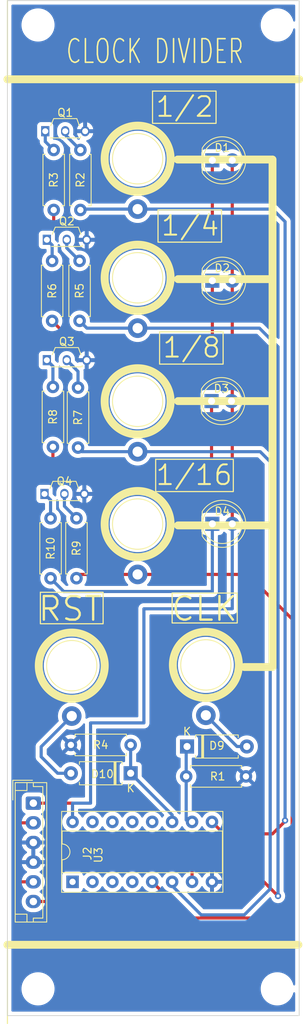
<source format=kicad_pcb>
(kicad_pcb (version 20211014) (generator pcbnew)
  (layers (0 "F.Cu" signal) (31 "B.Cu" signal) (34 "B.Paste" user) (35 "F.Paste" user) (36 "B.SilkS" user "B.Silkscreen") (37 "F.SilkS" user "F.Silkscreen") (38 "B.Mask" user) (39 "F.Mask" user) (44 "Edge.Cuts" user))
  (net 0 "")
  (net 1 "Net-(D1-Pad1)")
  (net 2 "+12V")
  (net 3 "Net-(D2-Pad1)")
  (net 4 "Net-(D3-Pad1)")
  (net 5 "Net-(D4-Pad1)")
  (net 6 "Net-(Q1-Pad1)")
  (net 7 "Net-(Q1-Pad2)")
  (net 8 "GND")
  (net 9 "Net-(Q2-Pad1)")
  (net 10 "Net-(Q2-Pad2)")
  (net 11 "Net-(Q3-Pad1)")
  (net 12 "Net-(Q3-Pad2)")
  (net 13 "Net-(Q4-Pad1)")
  (net 14 "Net-(Q4-Pad2)")
  (net 15 "A1")
  (net 16 "A2")
  (net 17 "A3")
  (net 18 "A4")
  (net 19 "A5")
  (net 20 "A6")
  (net 21 "A7")
  (net 22 "Net-(D9-Pad1)")
  (net 24 "A0")
  (net 28 "-12V")
  (net 29 "Net-(D9-Pad2)")
  (net 30 "Net-(D10-Pad1)")
  (net 31 "Net-(D10-Pad2)")
  (footprint "Package_TO_SOT_THT:TO-92S_Wide" (layer "F.Cu") (at 117.425 68.5)
    (fp_text reference "Q2" (at 2.54 -2.35) (layer "F.SilkS"))
    (fp_text value "BC547")
    (fp_line (start 0.62 0.85) (end 4.47 0.85) (layer "F.SilkS") (width 0.12))
    (fp_line (start 4.35 -0.7) (end 4.02 -1.6) (layer "F.SilkS") (width 0.12))
    (fp_line (start 1.07 -1.6) (end 0.7 -0.7) (layer "F.SilkS") (width 0.12))
    (fp_line (start 4.47 0.85) (end 4.5 0.7) (layer "F.SilkS") (width 0.12))
    (fp_line (start 4.02 -1.6) (end 1.07 -1.6) (layer "F.SilkS") (width 0.12))
    (pad "1" thru_hole rect (at 0 0) (size 1.05 1.3) (drill 0.75) (layers *.Cu *.Mask) (net 9 "Net-(Q2-Pad1)"))
    (pad "2" thru_hole oval (at 2.54 0) (size 1.05 1.3) (drill 0.75) (layers *.Cu *.Mask) (net 10 "Net-(Q2-Pad2)"))
    (pad "3" thru_hole oval (at 5.08 0) (size 1.05 1.3) (drill 0.75) (layers *.Cu *.Mask) (net 8 "GND"))
  )
  (footprint "" (layer "F.Cu") (at 146.8 163.7)
    (fp_text reference "" (at 0 0) (layer "F.SilkS") (effects (font (size 1.27 1.27))))
    (fp_text value "" (at 0 0) (layer "F.SilkS") (effects (font (size 1.27 1.27))))
    (pad "" np_thru_hole circle (at 0 0) (size 3.2 3.2) (drill 3.2) (layers *.Cu *.Mask))
  )
  (footprint "Library:aux_flush" (layer "F.Cu") (at 129 58.2 90)
    (fp_text reference "U4" hide)
    (fp_text value "Aux_flush")
    (fp_circle (center 0 0) (end 3.2 0.1) (layer "F.SilkS") (width 0.12) (fill none))
    (fp_circle (center 0 0) (end 4.2 0.3) (layer "F.SilkS") (width 1) (fill none))
    (pad "" np_thru_hole circle (at 0 0 90) (size 6.1 6.1) (drill 6.1) (layers F&B.Cu *.Mask))
    (pad "1" thru_hole circle (at -6.4 0 90) (size 2.5 2.5) (drill 1.3) (layers *.Cu *.Mask) (net 24 "A0"))
  )
  (footprint "Resistor_THT:R_Axial_DIN0207_L6.3mm_D2.5mm_P7.62mm_Horizontal" (layer "F.Cu") (at 117.9 103.9 -90)
    (fp_text reference "R10" (at 3.81 0 90) (layer "F.SilkS"))
    (fp_text value "R")
    (fp_line (start 0.54 -1.04) (end 0.54 -1.37) (layer "F.SilkS") (width 0.12))
    (fp_line (start 0.54 1.04) (end 0.54 1.37) (layer "F.SilkS") (width 0.12))
    (fp_line (start 7.08 1.37) (end 7.08 1.04) (layer "F.SilkS") (width 0.12))
    (fp_line (start 0.54 1.37) (end 7.08 1.37) (layer "F.SilkS") (width 0.12))
    (fp_line (start 0.54 -1.37) (end 7.08 -1.37) (layer "F.SilkS") (width 0.12))
    (fp_line (start 7.08 -1.37) (end 7.08 -1.04) (layer "F.SilkS") (width 0.12))
    (pad "1" thru_hole circle (at 0 0 270) (size 1.6 1.6) (drill 0.8) (layers *.Cu *.Mask) (net 13 "Net-(Q4-Pad1)"))
    (pad "2" thru_hole oval (at 7.62 0 270) (size 1.6 1.6) (drill 0.8) (layers *.Cu *.Mask) (net 5 "Net-(D4-Pad1)"))
  )
  (footprint "Package_TO_SOT_THT:TO-92S_Wide" (layer "F.Cu") (at 117.125 100.8)
    (fp_text reference "Q4" (at 2.545 -1.6) (layer "F.SilkS"))
    (fp_text value "BC547")
    (fp_line (start 4.47 0.85) (end 4.5 0.7) (layer "F.SilkS") (width 0.12))
    (fp_line (start 4.35 -0.7) (end 4.02 -1.6) (layer "F.SilkS") (width 0.12))
    (fp_line (start 1.07 -1.6) (end 0.7 -0.7) (layer "F.SilkS") (width 0.12))
    (fp_line (start 4.02 -1.6) (end 1.07 -1.6) (layer "F.SilkS") (width 0.12))
    (fp_line (start 0.62 0.85) (end 4.47 0.85) (layer "F.SilkS") (width 0.12))
    (pad "1" thru_hole rect (at 0 0) (size 1.05 1.3) (drill 0.75) (layers *.Cu *.Mask) (net 13 "Net-(Q4-Pad1)"))
    (pad "2" thru_hole oval (at 2.54 0) (size 1.05 1.3) (drill 0.75) (layers *.Cu *.Mask) (net 14 "Net-(Q4-Pad2)"))
    (pad "3" thru_hole oval (at 5.08 0) (size 1.05 1.3) (drill 0.75) (layers *.Cu *.Mask) (net 8 "GND"))
  )
  (footprint "Package_DIP:DIP-16_W7.62mm_Socket" (layer "F.Cu") (at 120.7 150.1 90)
    (fp_text reference "U3" (at 3.4 3.3 90) (layer "F.SilkS"))
    (fp_text value "4040")
    (fp_line (start 6.46 19.11) (end 6.46 -1.33) (layer "F.SilkS") (width 0.12))
    (fp_line (start 8.95 19.17) (end 8.95 -1.39) (layer "F.SilkS") (width 0.12))
    (fp_line (start 1.16 19.11) (end 6.46 19.11) (layer "F.SilkS") (width 0.12))
    (fp_line (start -1.33 -1.39) (end -1.33 19.17) (layer "F.SilkS") (width 0.12))
    (fp_line (start 6.46 -1.33) (end 4.81 -1.33) (layer "F.SilkS") (width 0.12))
    (fp_line (start 8.95 -1.39) (end -1.33 -1.39) (layer "F.SilkS") (width 0.12))
    (fp_line (start 1.16 -1.33) (end 1.16 19.11) (layer "F.SilkS") (width 0.12))
    (fp_line (start -1.33 19.17) (end 8.95 19.17) (layer "F.SilkS") (width 0.12))
    (fp_line (start 2.81 -1.33) (end 1.16 -1.33) (layer "F.SilkS") (width 0.12))
    (fp_arc (start 4.81 -1.33) (mid 3.81 -0.33) (end 2.81 -1.33) (layer "F.SilkS") (width 0.12))
    (pad "1" thru_hole rect (at 0 0 90) (size 1.6 1.6) (drill 0.8) (layers *.Cu *.Mask))
    (pad "2" thru_hole oval (at 0 2.54 90) (size 1.6 1.6) (drill 0.8) (layers *.Cu *.Mask) (net 19 "A5"))
    (pad "3" thru_hole oval (at 0 5.08 90) (size 1.6 1.6) (drill 0.8) (layers *.Cu *.Mask) (net 18 "A4"))
    (pad "4" thru_hole oval (at 0 7.62 90) (size 1.6 1.6) (drill 0.8) (layers *.Cu *.Mask) (net 20 "A6"))
    (pad "5" thru_hole oval (at 0 10.16 90) (size 1.6 1.6) (drill 0.8) (layers *.Cu *.Mask) (net 17 "A3"))
    (pad "6" thru_hole oval (at 0 12.7 90) (size 1.6 1.6) (drill 0.8) (layers *.Cu *.Mask) (net 16 "A2"))
    (pad "7" thru_hole oval (at 0 15.24 90) (size 1.6 1.6) (drill 0.8) (layers *.Cu *.Mask) (net 15 "A1"))
    (pad "8" thru_hole oval (at 0 17.78 90) (size 1.6 1.6) (drill 0.8) (layers *.Cu *.Mask) (net 8 "GND"))
    (pad "9" thru_hole oval (at 7.62 17.78 90) (size 1.6 1.6) (drill 0.8) (layers *.Cu *.Mask) (net 24 "A0"))
    (pad "10" thru_hole oval (at 7.62 15.24 90) (size 1.6 1.6) (drill 0.8) (layers *.Cu *.Mask) (net 22 "Net-(D9-Pad1)"))
    (pad "11" thru_hole oval (at 7.62 12.7 90) (size 1.6 1.6) (drill 0.8) (layers *.Cu *.Mask) (net 30 "Net-(D10-Pad1)"))
    (pad "12" thru_hole oval (at 7.62 10.16 90) (size 1.6 1.6) (drill 0.8) (layers *.Cu *.Mask))
    (pad "13" thru_hole oval (at 7.62 7.62 90) (size 1.6 1.6) (drill 0.8) (layers *.Cu *.Mask) (net 21 "A7"))
    (pad "14" thru_hole oval (at 7.62 5.08 90) (size 1.6 1.6) (drill 0.8) (layers *.Cu *.Mask))
    (pad "15" thru_hole oval (at 7.62 2.54 90) (size 1.6 1.6) (drill 0.8) (layers *.Cu *.Mask))
    (pad "16" thru_hole oval (at 7.62 0 90) (size 1.6 1.6) (drill 0.8) (layers *.Cu *.Mask) (net 2 "+12V"))
  )
  (footprint "Library:aux_flush" (layer "F.Cu") (at 129 89.03035 90)
    (fp_text reference "U6" hide)
    (fp_text value "Aux_flush")
    (fp_circle (center 0 0) (end 4.2 0.3) (layer "F.SilkS") (width 1) (fill none))
    (fp_circle (center 0 0) (end 3.2 0.1) (layer "F.SilkS") (width 0.12) (fill none))
    (pad "" np_thru_hole circle (at 0 0 90) (size 6.1 6.1) (drill 6.1) (layers F&B.Cu *.Mask))
    (pad "1" thru_hole circle (at -6.4 0 90) (size 2.5 2.5) (drill 1.3) (layers *.Cu *.Mask) (net 16 "A2"))
  )
  (footprint "Resistor_THT:R_Axial_DIN0207_L6.3mm_D2.5mm_P7.62mm_Horizontal" (layer "F.Cu") (at 121.2 111.51 90)
    (fp_text reference "R9" (at 3.81 0 90) (layer "F.SilkS"))
    (fp_text value "R")
    (fp_line (start 0.54 1.04) (end 0.54 1.37) (layer "F.SilkS") (width 0.12))
    (fp_line (start 7.08 1.37) (end 7.08 1.04) (layer "F.SilkS") (width 0.12))
    (fp_line (start 0.54 -1.37) (end 7.08 -1.37) (layer "F.SilkS") (width 0.12))
    (fp_line (start 0.54 1.37) (end 7.08 1.37) (layer "F.SilkS") (width 0.12))
    (fp_line (start 7.08 -1.37) (end 7.08 -1.04) (layer "F.SilkS") (width 0.12))
    (fp_line (start 0.54 -1.04) (end 0.54 -1.37) (layer "F.SilkS") (width 0.12))
    (pad "1" thru_hole circle (at 0 0 90) (size 1.6 1.6) (drill 0.8) (layers *.Cu *.Mask) (net 17 "A3"))
    (pad "2" thru_hole oval (at 7.62 0 90) (size 1.6 1.6) (drill 0.8) (layers *.Cu *.Mask) (net 14 "Net-(Q4-Pad2)"))
  )
  (footprint "Diode_THT:D_A-405_P7.62mm_Horizontal" (layer "F.Cu") (at 128.11 136.3 180)
    (fp_text reference "D10" (at 3.61 -0.1) (layer "F.SilkS"))
    (fp_text value "D")
    (fp_text user "K" (at 0 -1.9) (layer "F.SilkS"))
    (fp_line (start 2.11 -1.47) (end 2.11 1.47) (layer "F.SilkS") (width 0.12))
    (fp_line (start 6.53 -1.47) (end 6.53 -1.14) (layer "F.SilkS") (width 0.12))
    (fp_line (start 1.09 -1.14) (end 1.09 -1.47) (layer "F.SilkS") (width 0.12))
    (fp_line (start 1.09 -1.47) (end 6.53 -1.47) (layer "F.SilkS") (width 0.12))
    (fp_line (start 1.09 1.14) (end 1.09 1.47) (layer "F.SilkS") (width 0.12))
    (fp_line (start 1.99 -1.47) (end 1.99 1.47) (layer "F.SilkS") (width 0.12))
    (fp_line (start 1.87 -1.47) (end 1.87 1.47) (layer "F.SilkS") (width 0.12))
    (fp_line (start 6.53 1.47) (end 6.53 1.14) (layer "F.SilkS") (width 0.12))
    (fp_line (start 1.09 1.47) (end 6.53 1.47) (layer "F.SilkS") (width 0.12))
    (pad "1" thru_hole rect (at 0 0 180) (size 1.8 1.8) (drill 0.9) (layers *.Cu *.Mask) (net 30 "Net-(D10-Pad1)"))
    (pad "2" thru_hole oval (at 7.62 0 180) (size 1.8 1.8) (drill 0.9) (layers *.Cu *.Mask) (net 31 "Net-(D10-Pad2)"))
  )
  (footprint "" (layer "F.Cu") (at 146.8 41.2)
    (fp_text reference "" (at 0 0) (layer "F.SilkS") (effects (font (size 1.27 1.27))))
    (fp_text value "" (at 0 0) (layer "F.SilkS") (effects (font (size 1.27 1.27))))
    (pad "" np_thru_hole circle (at 0 0) (size 3.2 3.2) (drill 3.2) (layers *.Cu *.Mask))
  )
  (footprint "Resistor_THT:R_Axial_DIN0207_L6.3mm_D2.5mm_P7.62mm_Horizontal" (layer "F.Cu") (at 118.1 71.19 -90)
    (fp_text reference "R6" (at 3.81 0 90) (layer "F.SilkS"))
    (fp_text value "R")
    (fp_line (start 0.54 -1.04) (end 0.54 -1.37) (layer "F.SilkS") (width 0.12))
    (fp_line (start 0.54 1.37) (end 7.08 1.37) (layer "F.SilkS") (width 0.12))
    (fp_line (start 0.54 1.04) (end 0.54 1.37) (layer "F.SilkS") (width 0.12))
    (fp_line (start 7.08 1.37) (end 7.08 1.04) (layer "F.SilkS") (width 0.12))
    (fp_line (start 7.08 -1.37) (end 7.08 -1.04) (layer "F.SilkS") (width 0.12))
    (fp_line (start 0.54 -1.37) (end 7.08 -1.37) (layer "F.SilkS") (width 0.12))
    (pad "1" thru_hole circle (at 0 0 270) (size 1.6 1.6) (drill 0.8) (layers *.Cu *.Mask) (net 9 "Net-(Q2-Pad1)"))
    (pad "2" thru_hole oval (at 7.62 0 270) (size 1.6 1.6) (drill 0.8) (layers *.Cu *.Mask) (net 3 "Net-(D2-Pad1)"))
  )
  (footprint "LED_THT:LED_D5.0mm" (layer "F.Cu") (at 138.525 58.4)
    (fp_text reference "D1" (at 1.26 -1.59) (layer "F.SilkS"))
    (fp_text value "LED")
    (fp_line (start -1.29 -1.545) (end -1.29 1.545) (layer "F.SilkS") (width 0.12))
    (fp_arc (start -1.29 -1.54483) (mid 2.072002 -2.880433) (end 4.26 0.000462) (layer "F.SilkS") (width 0.12))
    (fp_arc (start 4.26 -0.000462) (mid 2.072002 2.880433) (end -1.29 1.54483) (layer "F.SilkS") (width 0.12))
    (fp_circle (center 1.27 0) (end 3.77 0) (layer "F.SilkS") (width 0.12) (fill none))
    (pad "1" thru_hole rect (at 0 0) (size 1.8 1.8) (drill 0.9) (layers *.Cu *.Mask) (net 1 "Net-(D1-Pad1)"))
    (pad "2" thru_hole circle (at 2.54 0) (size 1.8 1.8) (drill 0.9) (layers *.Cu *.Mask) (net 2 "+12V"))
  )
  (footprint "Connector_JST:JST_EH_B6B-EH-A_1x06_P2.50mm_Vertical" (layer "F.Cu") (at 115.7 140.1 -90)
    (fp_text reference "J2" (at 6.4 -6.9 90) (layer "F.SilkS"))
    (fp_text value "Conn_01x06_Male")
    (fp_line (start -2.91 2.61) (end -0.41 2.61) (layer "F.SilkS") (width 0.12))
    (fp_line (start 14.61 0) (end 15.11 0) (layer "F.SilkS") (width 0.12))
    (fp_line (start 15.11 -1.71) (end -2.61 -1.71) (layer "F.SilkS") (width 0.12))
    (fp_line (start -2.11 -1.21) (end 14.61 -1.21) (layer "F.SilkS") (width 0.12))
    (fp_line (start 15.11 2.31) (end 15.11 -1.71) (layer "F.SilkS") (width 0.12))
    (fp_line (start -2.61 0.81) (end -1.61 0.81) (layer "F.SilkS") (width 0.12))
    (fp_line (start -1.61 0.81) (end -1.61 2.31) (layer "F.SilkS") (width 0.12))
    (fp_line (start -2.61 0) (end -2.11 0) (layer "F.SilkS") (width 0.12))
    (fp_line (start -2.91 0.11) (end -2.91 2.61) (layer "F.SilkS") (width 0.12))
    (fp_line (start 14.61 -1.21) (end 14.61 0) (layer "F.SilkS") (width 0.12))
    (fp_line (start 14.11 0.81) (end 14.11 2.31) (layer "F.SilkS") (width 0.12))
    (fp_line (start 15.11 0.81) (end 14.11 0.81) (layer "F.SilkS") (width 0.12))
    (fp_line (start -2.61 -1.71) (end -2.61 2.31) (layer "F.SilkS") (width 0.12))
    (fp_line (start -2.11 0) (end -2.11 -1.21) (layer "F.SilkS") (width 0.12))
    (fp_line (start -2.61 2.31) (end 15.11 2.31) (layer "F.SilkS") (width 0.12))
    (pad "1" thru_hole roundrect (at 0 0 270) (size 1.7 1.95) (drill 0.95) (layers *.Cu *.Mask) (roundrect_rratio 0.147059) (net 2 "+12V"))
    (pad "2" thru_hole oval (at 2.5 0 270) (size 1.7 1.95) (drill 0.95) (layers *.Cu *.Mask) (net 28 "-12V"))
    (pad "3" thru_hole oval (at 5 0 270) (size 1.7 1.95) (drill 0.95) (layers *.Cu *.Mask) (net 8 "GND"))
    (pad "4" thru_hole oval (at 7.5 0 270) (size 1.7 1.95) (drill 0.95) (layers *.Cu *.Mask) (net 8 "GND"))
    (pad "5" thru_hole oval (at 10 0 270) (size 1.7 1.95) (drill 0.95) (layers *.Cu *.Mask) (net 28 "-12V"))
    (pad "6" thru_hole oval (at 12.5 0 270) (size 1.7 1.95) (drill 0.95) (layers *.Cu *.Mask) (net 2 "+12V"))
  )
  (footprint "Package_TO_SOT_THT:TO-92S_Wide" (layer "F.Cu") (at 117.225 54.7)
    (fp_text reference "Q1" (at 2.54 -2.35) (layer "F.SilkS"))
    (fp_text value "BC547")
    (fp_line (start 4.47 0.85) (end 4.5 0.7) (layer "F.SilkS") (width 0.12))
    (fp_line (start 0.62 0.85) (end 4.47 0.85) (layer "F.SilkS") (width 0.12))
    (fp_line (start 4.02 -1.6) (end 1.07 -1.6) (layer "F.SilkS") (width 0.12))
    (fp_line (start 4.35 -0.7) (end 4.02 -1.6) (layer "F.SilkS") (width 0.12))
    (fp_line (start 1.07 -1.6) (end 0.7 -0.7) (layer "F.SilkS") (width 0.12))
    (pad "1" thru_hole rect (at 0 0) (size 1.05 1.3) (drill 0.75) (layers *.Cu *.Mask) (net 6 "Net-(Q1-Pad1)"))
    (pad "2" thru_hole oval (at 2.54 0) (size 1.05 1.3) (drill 0.75) (layers *.Cu *.Mask) (net 7 "Net-(Q1-Pad2)"))
    (pad "3" thru_hole oval (at 5.08 0) (size 1.05 1.3) (drill 0.75) (layers *.Cu *.Mask) (net 8 "GND"))
  )
  (footprint "LED_THT:LED_D5.0mm" (layer "F.Cu") (at 138.525 104.6)
    (fp_text reference "D4" (at 1.26 -1.59) (layer "F.SilkS"))
    (fp_text value "LED")
    (fp_line (start -1.29 -1.545) (end -1.29 1.545) (layer "F.SilkS") (width 0.12))
    (fp_arc (start -1.29 -1.54483) (mid 2.072002 -2.880433) (end 4.26 0.000462) (layer "F.SilkS") (width 0.12))
    (fp_arc (start 4.26 -0.000462) (mid 2.072002 2.880433) (end -1.29 1.54483) (layer "F.SilkS") (width 0.12))
    (fp_circle (center 1.27 0) (end 3.77 0) (layer "F.SilkS") (width 0.12) (fill none))
    (pad "1" thru_hole rect (at 0 0) (size 1.8 1.8) (drill 0.9) (layers *.Cu *.Mask) (net 5 "Net-(D4-Pad1)"))
    (pad "2" thru_hole circle (at 2.54 0) (size 1.8 1.8) (drill 0.9) (layers *.Cu *.Mask) (net 2 "+12V"))
  )
  (footprint "Package_TO_SOT_THT:TO-92S_Wide" (layer "F.Cu") (at 117.425 83.8)
    (fp_text reference "Q3" (at 2.54 -2.35) (layer "F.SilkS"))
    (fp_text value "BC547")
    (fp_line (start 4.47 0.85) (end 4.5 0.7) (layer "F.SilkS") (width 0.12))
    (fp_line (start 1.07 -1.6) (end 0.7 -0.7) (layer "F.SilkS") (width 0.12))
    (fp_line (start 0.62 0.85) (end 4.47 0.85) (layer "F.SilkS") (width 0.12))
    (fp_line (start 4.35 -0.7) (end 4.02 -1.6) (layer "F.SilkS") (width 0.12))
    (fp_line (start 4.02 -1.6) (end 1.07 -1.6) (layer "F.SilkS") (width 0.12))
    (pad "1" thru_hole rect (at 0 0) (size 1.05 1.3) (drill 0.75) (layers *.Cu *.Mask) (net 11 "Net-(Q3-Pad1)"))
    (pad "2" thru_hole oval (at 2.54 0) (size 1.05 1.3) (drill 0.75) (layers *.Cu *.Mask) (net 12 "Net-(Q3-Pad2)"))
    (pad "3" thru_hole oval (at 5.08 0) (size 1.05 1.3) (drill 0.75) (layers *.Cu *.Mask) (net 8 "GND"))
  )
  (footprint "Resistor_THT:R_Axial_DIN0207_L6.3mm_D2.5mm_P7.62mm_Horizontal" (layer "F.Cu") (at 121.4 94.91 90)
    (fp_text reference "R7" (at 3.81 0 90) (layer "F.SilkS"))
    (fp_text value "R")
    (fp_line (start 0.54 1.37) (end 7.08 1.37) (layer "F.SilkS") (width 0.12))
    (fp_line (start 0.54 -1.37) (end 7.08 -1.37) (layer "F.SilkS") (width 0.12))
    (fp_line (start 0.54 -1.04) (end 0.54 -1.37) (layer "F.SilkS") (width 0.12))
    (fp_line (start 7.08 -1.37) (end 7.08 -1.04) (layer "F.SilkS") (width 0.12))
    (fp_line (start 0.54 1.04) (end 0.54 1.37) (layer "F.SilkS") (width 0.12))
    (fp_line (start 7.08 1.37) (end 7.08 1.04) (layer "F.SilkS") (width 0.12))
    (pad "1" thru_hole circle (at 0 0 90) (size 1.6 1.6) (drill 0.8) (layers *.Cu *.Mask) (net 16 "A2"))
    (pad "2" thru_hole oval (at 7.62 0 90) (size 1.6 1.6) (drill 0.8) (layers *.Cu *.Mask) (net 12 "Net-(Q3-Pad2)"))
  )
  (footprint "Library:aux_flush" (layer "F.Cu") (at 129 73.330351 90)
    (fp_text reference "U5" hide)
    (fp_text value "Aux_flush")
    (fp_circle (center 0 0) (end 4.2 0.3) (layer "F.SilkS") (width 1) (fill none))
    (fp_circle (center 0 0) (end 3.2 0.1) (layer "F.SilkS") (width 0.12) (fill none))
    (pad "" np_thru_hole circle (at 0 0 90) (size 6.1 6.1) (drill 6.1) (layers F&B.Cu *.Mask))
    (pad "1" thru_hole circle (at -6.4 0 90) (size 2.5 2.5) (drill 1.3) (layers *.Cu *.Mask) (net 15 "A1"))
  )
  (footprint "Resistor_THT:R_Axial_DIN0207_L6.3mm_D2.5mm_P7.62mm_Horizontal" (layer "F.Cu") (at 142.81 136.7 180)
    (fp_text reference "R1" (at 3.61 0) (layer "F.SilkS"))
    (fp_text value "R")
    (fp_line (start 0.54 -1.37) (end 7.08 -1.37) (layer "F.SilkS") (width 0.12))
    (fp_line (start 0.54 1.37) (end 7.08 1.37) (layer "F.SilkS") (width 0.12))
    (fp_line (start 7.08 -1.37) (end 7.08 -1.04) (layer "F.SilkS") (width 0.12))
    (fp_line (start 7.08 1.37) (end 7.08 1.04) (layer "F.SilkS") (width 0.12))
    (fp_line (start 0.54 1.04) (end 0.54 1.37) (layer "F.SilkS") (width 0.12))
    (fp_line (start 0.54 -1.04) (end 0.54 -1.37) (layer "F.SilkS") (width 0.12))
    (pad "1" thru_hole circle (at 0 0 180) (size 1.6 1.6) (drill 0.8) (layers *.Cu *.Mask) (net 8 "GND"))
    (pad "2" thru_hole oval (at 7.62 0 180) (size 1.6 1.6) (drill 0.8) (layers *.Cu *.Mask) (net 22 "Net-(D9-Pad1)"))
  )
  (footprint "Resistor_THT:R_Axial_DIN0207_L6.3mm_D2.5mm_P7.62mm_Horizontal" (layer "F.Cu") (at 118.2 87.2 -90)
    (fp_text reference "R8" (at 3.81 0 90) (layer "F.SilkS"))
    (fp_text value "R")
    (fp_line (start 0.54 1.04) (end 0.54 1.37) (layer "F.SilkS") (width 0.12))
    (fp_line (start 0.54 1.37) (end 7.08 1.37) (layer "F.SilkS") (width 0.12))
    (fp_line (start 7.08 1.37) (end 7.08 1.04) (layer "F.SilkS") (width 0.12))
    (fp_line (start 0.54 -1.37) (end 7.08 -1.37) (layer "F.SilkS") (width 0.12))
    (fp_line (start 7.08 -1.37) (end 7.08 -1.04) (layer "F.SilkS") (width 0.12))
    (fp_line (start 0.54 -1.04) (end 0.54 -1.37) (layer "F.SilkS") (width 0.12))
    (pad "1" thru_hole circle (at 0 0 270) (size 1.6 1.6) (drill 0.8) (layers *.Cu *.Mask) (net 11 "Net-(Q3-Pad1)"))
    (pad "2" thru_hole oval (at 7.62 0 270) (size 1.6 1.6) (drill 0.8) (layers *.Cu *.Mask) (net 4 "Net-(D3-Pad1)"))
  )
  (footprint "LED_THT:LED_D5.0mm" (layer "F.Cu") (at 138.525 73.7)
    (fp_text reference "D2" (at 1.26 -1.59) (layer "F.SilkS"))
    (fp_text value "LED")
    (fp_line (start -1.29 -1.545) (end -1.29 1.545) (layer "F.SilkS") (width 0.12))
    (fp_arc (start -1.29 -1.54483) (mid 2.072002 -2.880433) (end 4.26 0.000462) (layer "F.SilkS") (width 0.12))
    (fp_arc (start 4.26 -0.000462) (mid 2.072002 2.880433) (end -1.29 1.54483) (layer "F.SilkS") (width 0.12))
    (fp_circle (center 1.27 0) (end 3.77 0) (layer "F.SilkS") (width 0.12) (fill none))
    (pad "1" thru_hole rect (at 0 0) (size 1.8 1.8) (drill 0.9) (layers *.Cu *.Mask) (net 3 "Net-(D2-Pad1)"))
    (pad "2" thru_hole circle (at 2.54 0) (size 1.8 1.8) (drill 0.9) (layers *.Cu *.Mask) (net 2 "+12V"))
  )
  (footprint "" (layer "F.Cu") (at 116.3 163.7)
    (fp_text reference "" (at 0 0) (layer "F.SilkS") (effects (font (size 1.27 1.27))))
    (fp_text value "" (at 0 0) (layer "F.SilkS") (effects (font (size 1.27 1.27))))
    (pad "" np_thru_hole circle (at 0 0) (size 3.2 3.2) (drill 3.2) (layers *.Cu *.Mask))
  )
  (footprint "Resistor_THT:R_Axial_DIN0207_L6.3mm_D2.5mm_P7.62mm_Horizontal" (layer "F.Cu") (at 121.7 64.71 90)
    (fp_text reference "R2" (at 3.81 0 90) (layer "F.SilkS"))
    (fp_text value "R")
    (fp_line (start 7.08 -1.37) (end 7.08 -1.04) (layer "F.SilkS") (width 0.12))
    (fp_line (start 0.54 -1.37) (end 7.08 -1.37) (layer "F.SilkS") (width 0.12))
    (fp_line (start 0.54 1.37) (end 7.08 1.37) (layer "F.SilkS") (width 0.12))
    (fp_line (start 0.54 -1.04) (end 0.54 -1.37) (layer "F.SilkS") (width 0.12))
    (fp_line (start 0.54 1.04) (end 0.54 1.37) (layer "F.SilkS") (width 0.12))
    (fp_line (start 7.08 1.37) (end 7.08 1.04) (layer "F.SilkS") (width 0.12))
    (pad "1" thru_hole circle (at 0 0 90) (size 1.6 1.6) (drill 0.8) (layers *.Cu *.Mask) (net 24 "A0"))
    (pad "2" thru_hole oval (at 7.62 0 90) (size 1.6 1.6) (drill 0.8) (layers *.Cu *.Mask) (net 7 "Net-(Q1-Pad2)"))
  )
  (footprint "Resistor_THT:R_Axial_DIN0207_L6.3mm_D2.5mm_P7.62mm_Horizontal" (layer "F.Cu") (at 118.3 57.09 -90)
    (fp_text reference "R3" (at 3.81 0 90) (layer "F.SilkS"))
    (fp_text value "R")
    (fp_line (start 0.54 -1.04) (end 0.54 -1.37) (layer "F.SilkS") (width 0.12))
    (fp_line (start 7.08 -1.37) (end 7.08 -1.04) (layer "F.SilkS") (width 0.12))
    (fp_line (start 0.54 -1.37) (end 7.08 -1.37) (layer "F.SilkS") (width 0.12))
    (fp_line (start 7.08 1.37) (end 7.08 1.04) (layer "F.SilkS") (width 0.12))
    (fp_line (start 0.54 1.37) (end 7.08 1.37) (layer "F.SilkS") (width 0.12))
    (fp_line (start 0.54 1.04) (end 0.54 1.37) (layer "F.SilkS") (width 0.12))
    (pad "1" thru_hole circle (at 0 0 270) (size 1.6 1.6) (drill 0.8) (layers *.Cu *.Mask) (net 6 "Net-(Q1-Pad1)"))
    (pad "2" thru_hole oval (at 7.62 0 270) (size 1.6 1.6) (drill 0.8) (layers *.Cu *.Mask) (net 1 "Net-(D1-Pad1)"))
  )
  (footprint "Resistor_THT:R_Axial_DIN0207_L6.3mm_D2.5mm_P7.62mm_Horizontal" (layer "F.Cu") (at 121.6 78.8 90)
    (fp_text reference "R5" (at 3.81 0 90) (layer "F.SilkS"))
    (fp_text value "R")
    (fp_line (start 7.08 -1.37) (end 7.08 -1.04) (layer "F.SilkS") (width 0.12))
    (fp_line (start 7.08 1.37) (end 7.08 1.04) (layer "F.SilkS") (width 0.12))
    (fp_line (start 0.54 1.37) (end 7.08 1.37) (layer "F.SilkS") (width 0.12))
    (fp_line (start 0.54 -1.37) (end 7.08 -1.37) (layer "F.SilkS") (width 0.12))
    (fp_line (start 0.54 -1.04) (end 0.54 -1.37) (layer "F.SilkS") (width 0.12))
    (fp_line (start 0.54 1.04) (end 0.54 1.37) (layer "F.SilkS") (width 0.12))
    (pad "1" thru_hole circle (at 0 0 90) (size 1.6 1.6) (drill 0.8) (layers *.Cu *.Mask) (net 15 "A1"))
    (pad "2" thru_hole oval (at 7.62 0 90) (size 1.6 1.6) (drill 0.8) (layers *.Cu *.Mask) (net 10 "Net-(Q2-Pad2)"))
  )
  (footprint "Resistor_THT:R_Axial_DIN0207_L6.3mm_D2.5mm_P7.62mm_Horizontal" (layer "F.Cu") (at 120.49 132.7)
    (fp_text reference "R4" (at 3.8 0) (layer "F.SilkS"))
    (fp_text value "R")
    (fp_line (start 0.54 -1.37) (end 7.08 -1.37) (layer "F.SilkS") (width 0.12))
    (fp_line (start 0.54 1.04) (end 0.54 1.37) (layer "F.SilkS") (width 0.12))
    (fp_line (start 7.08 -1.37) (end 7.08 -1.04) (layer "F.SilkS") (width 0.12))
    (fp_line (start 0.54 1.37) (end 7.08 1.37) (layer "F.SilkS") (width 0.12))
    (fp_line (start 7.08 1.37) (end 7.08 1.04) (layer "F.SilkS") (width 0.12))
    (fp_line (start 0.54 -1.04) (end 0.54 -1.37) (layer "F.SilkS") (width 0.12))
    (pad "1" thru_hole circle (at 0 0) (size 1.6 1.6) (drill 0.8) (layers *.Cu *.Mask) (net 8 "GND"))
    (pad "2" thru_hole oval (at 7.62 0) (size 1.6 1.6) (drill 0.8) (layers *.Cu *.Mask) (net 30 "Net-(D10-Pad1)"))
  )
  (footprint "Library:aux_flush" (layer "F.Cu") (at 137.7 122.530351 90)
    (fp_text reference "U2" hide)
    (fp_text value "Aux_flush")
    (fp_circle (center 0 0) (end 4.2 0.3) (layer "F.SilkS") (width 1) (fill none))
    (fp_circle (center 0 0) (end 3.2 0.1) (layer "F.SilkS") (width 0.12) (fill none))
    (pad "" np_thru_hole circle (at 0 0 90) (size 6.1 6.1) (drill 6.1) (layers F&B.Cu *.Mask))
    (pad "1" thru_hole circle (at -6.4 0 90) (size 2.5 2.5) (drill 1.3) (layers *.Cu *.Mask) (net 29 "Net-(D9-Pad2)"))
  )
  (footprint "Library:aux_flush" (layer "F.Cu") (at 129 104.63035 90)
    (fp_text reference "U7" hide)
    (fp_text value "Aux_flush")
    (fp_circle (center 0 0) (end 4.2 0.3) (layer "F.SilkS") (width 1) (fill none))
    (fp_circle (center 0 0) (end 3.2 0.1) (layer "F.SilkS") (width 0.12) (fill none))
    (pad "" np_thru_hole circle (at 0 0 90) (size 6.1 6.1) (drill 6.1) (layers F&B.Cu *.Mask))
    (pad "1" thru_hole circle (at -6.4 0 90) (size 2.5 2.5) (drill 1.3) (layers *.Cu *.Mask) (net 17 "A3"))
  )
  (footprint "" (layer "F.Cu") (at 116.3 41.2)
    (fp_text reference "" (at 0 0) (layer "F.SilkS") (effects (font (size 1.27 1.27))))
    (fp_text value "" (at 0 0) (layer "F.SilkS") (effects (font (size 1.27 1.27))))
    (pad "" np_thru_hole circle (at 0 0) (size 3.2 3.2) (drill 3.2) (layers *.Cu *.Mask))
  )
  (footprint "Library:aux_flush" (layer "F.Cu") (at 120.6 122.63035 90)
    (fp_text reference "U1" hide)
    (fp_text value "Aux_flush")
    (fp_circle (center 0 0) (end 4.2 0.3) (layer "F.SilkS") (width 1) (fill none))
    (fp_circle (center 0 0) (end 3.2 0.1) (layer "F.SilkS") (width 0.12) (fill none))
    (pad "" np_thru_hole circle (at 0 0 90) (size 6.1 6.1) (drill 6.1) (layers F&B.Cu *.Mask))
    (pad "1" thru_hole circle (at -6.4 0 90) (size 2.5 2.5) (drill 1.3) (layers *.Cu *.Mask) (net 31 "Net-(D10-Pad2)"))
  )
  (footprint "LED_THT:LED_D5.0mm" (layer "F.Cu") (at 138.425 89)
    (fp_text reference "D3" (at 1.26 -1.59) (layer "F.SilkS"))
    (fp_text value "LED")
    (fp_line (start -1.29 -1.545) (end -1.29 1.545) (layer "F.SilkS") (width 0.12))
    (fp_arc (start -1.29 -1.54483) (mid 2.072002 -2.880433) (end 4.26 0.000462) (layer "F.SilkS") (width 0.12))
    (fp_arc (start 4.26 -0.000462) (mid 2.072002 2.880433) (end -1.29 1.54483) (layer "F.SilkS") (width 0.12))
    (fp_circle (center 1.27 0) (end 3.77 0) (layer "F.SilkS") (width 0.12) (fill none))
    (pad "1" thru_hole rect (at 0 0) (size 1.8 1.8) (drill 0.9) (layers *.Cu *.Mask) (net 4 "Net-(D3-Pad1)"))
    (pad "2" thru_hole circle (at 2.54 0) (size 1.8 1.8) (drill 0.9) (layers *.Cu *.Mask) (net 2 "+12V"))
  )
  (footprint "Diode_THT:D_A-405_P7.62mm_Horizontal" (layer "F.Cu") (at 135.3 132.9)
    (fp_text reference "D9" (at 3.8 -0.1) (layer "F.SilkS"))
    (fp_text value "D")
    (fp_text user "K" (at 0 -1.9) (layer "F.SilkS"))
    (fp_line (start 1.09 -1.14) (end 1.09 -1.47) (layer "F.SilkS") (width 0.12))
    (fp_line (start 1.09 1.47) (end 6.53 1.47) (layer "F.SilkS") (width 0.12))
    (fp_line (start 1.09 1.14) (end 1.09 1.47) (layer "F.SilkS") (width 0.12))
    (fp_line (start 2.11 -1.47) (end 2.11 1.47) (layer "F.SilkS") (width 0.12))
    (fp_line (start 1.87 -1.47) (end 1.87 1.47) (layer "F.SilkS") (width 0.12))
    (fp_line (start 1.99 -1.47) (end 1.99 1.47) (layer "F.SilkS") (width 0.12))
    (fp_line (start 6.53 -1.47) (end 6.53 -1.14) (layer "F.SilkS") (width 0.12))
    (fp_line (start 6.53 1.47) (end 6.53 1.14) (layer "F.SilkS") (width 0.12))
    (fp_line (start 1.09 -1.47) (end 6.53 -1.47) (layer "F.SilkS") (width 0.12))
    (pad "1" thru_hole rect (at 0 0) (size 1.8 1.8) (drill 0.9) (layers *.Cu *.Mask) (net 22 "Net-(D9-Pad1)"))
    (pad "2" thru_hole oval (at 7.62 0) (size 1.8 1.8) (drill 0.9) (layers *.Cu *.Mask) (net 29 "Net-(D9-Pad2)"))
  )
  (gr_rect (start 116.6 113.3) (end 124.6 117.3) (layer "F.SilkS") (width 0.15) (fill none))
  (gr_rect (start 131.8 80.2) (end 139.9 84.3) (layer "F.SilkS") (width 0.15) (fill none))
  (gr_line (start 134.15 73.5) (end 146.1 73.5) (layer "F.SilkS") (width 1))
  (gr_line (start 146.2 58.3) (end 146.2 122.7) (layer "F.SilkS") (width 1))
  (gr_rect (start 131.6 64.7) (end 139.7 68.8) (layer "F.SilkS") (width 0.15) (fill none))
  (gr_line (start 134.15 89) (end 146.1 89) (layer "F.SilkS") (width 1))
  (gr_line (start 142.6 122.8) (end 146.2 122.8) (layer "F.SilkS") (width 1))
  (gr_line (start 134.1 58.3) (end 146.2 58.3) (layer "F.SilkS") (width 1))
  (gr_rect (start 130.9 49.6) (end 139 53.7) (layer "F.SilkS") (width 0.15) (fill none))
  (gr_line (start 112.4 38.1) (end 112.4 48.1) (layer "F.SilkS") (width 0.15))
  (gr_rect (start 131.3 96.4) (end 141.2 100.5) (layer "F.SilkS") (width 0.15) (fill none))
  (gr_line (start 112.4 48.1) (end 149.6 48.1) (layer "F.SilkS") (width 1))
  (gr_line (start 112.4 158.1) (end 149.5 158.1) (layer "F.SilkS") (width 1))
  (gr_line (start 112.4 168.1) (end 112.4 158.1) (layer "F.SilkS") (width 0.15))
  (gr_line (start 134.15 104.8) (end 146.1 104.8) (layer "F.SilkS") (width 1))
  (gr_rect (start 133.4 113.4) (end 141.7 117.2) (layer "F.SilkS") (width 0.15) (fill none))
  (gr_rect (start 112.4 38.1) (end 149.6 167.1) (layer "Edge.Cuts") (width 0.1) (fill none))
  (gr_text "RST" (at 120.4 115.4) (layer "F.SilkS") (effects (font (size 3 3) (thickness 0.3))))
  (gr_text "1/4" (at 135.7 66.7) (layer "F.SilkS") (effects (font (size 2.5 2.5) (thickness 0.25))))
  (gr_text "1/16" (at 136.2 98.4) (layer "F.SilkS") (effects (font (size 2.5 2.5) (thickness 0.25))))
  (gr_text "1/2" (at 135 51.6) (layer "F.SilkS") (effects (font (size 2.5 2.5) (thickness 0.25))))
  (gr_text "CLK" (at 137.5 115.4) (layer "F.SilkS") (effects (font (size 3 3) (thickness 0.3))))
  (gr_text "1/8" (at 135.9 82.2) (layer "F.SilkS") (effects (font (size 2.5 2.5) (thickness 0.25))))
  (gr_text "CLOCK DIVIDER" (at 131.2 44.55923) (layer "F.SilkS") (effects (font (size 3 2) (thickness 0.2))))
  (segment (start 118.3 64.71) (end 118.3 66.2) (width 0.4) (layer "F.Cu") (net 1))
  (segment (start 118.3 66.2) (end 119 66.9) (width 0.4) (layer "F.Cu") (net 1))
  (segment (start 138.525 65.475) (end 138.525 58.4) (width 0.4) (layer "F.Cu") (net 1))
  (segment (start 137.1 66.9) (end 138.525 65.475) (width 0.4) (layer "F.Cu") (net 1))
  (segment (start 119 66.9) (end 137.1 66.9) (width 0.4) (layer "F.Cu") (net 1))
  (segment (start 118.4 152.6) (end 118.4 140.1) (width 0.4) (layer "F.Cu") (net 2))
  (segment (start 120.7 140.1) (end 120.7 142.48) (width 0.4) (layer "F.Cu") (net 2))
  (segment (start 115.7 140.1) (end 118.3 140.1) (width 0.4) (layer "F.Cu") (net 2))
  (segment (start 141.065 58.4) (end 141.065 104.6) (width 0.4) (layer "F.Cu") (net 2))
  (segment (start 118.3 140.1) (end 120.7 140.1) (width 0.4) (layer "F.Cu") (net 2))
  (segment (start 118.4 140.1) (end 118.3 140.1) (width 0.4) (layer "F.Cu") (net 2))
  (segment (start 115.7 152.6) (end 118.4 152.6) (width 0.4) (layer "F.Cu") (net 2))
  (segment (start 123 140.1) (end 120.7 140.1) (width 0.4) (layer "B.Cu") (net 2))
  (segment (start 141.065 115.4) (end 129.8 115.4) (width 0.4) (layer "B.Cu") (net 2))
  (segment (start 129.8 115.4) (end 129.8 129.9) (width 0.4) (layer "B.Cu") (net 2))
  (segment (start 120.7 140.1) (end 120.7 142.48) (width 0.4) (layer "B.Cu") (net 2))
  (segment (start 141.065 104.6) (end 141.065 115.4) (width 0.4) (layer "B.Cu") (net 2))
  (segment (start 123 129.9) (end 123 140.1) (width 0.4) (layer "B.Cu") (net 2))
  (segment (start 129.8 129.9) (end 123 129.9) (width 0.4) (layer "B.Cu") (net 2))
  (segment (start 138.525 81.775) (end 138.525 73.7) (width 0.4) (layer "F.Cu") (net 3))
  (segment (start 138.3 82) (end 138.525 81.775) (width 0.4) (layer "F.Cu") (net 3))
  (segment (start 121.29 82) (end 138.3 82) (width 0.4) (layer "F.Cu") (net 3))
  (segment (start 118.1 78.81) (end 121.29 82) (width 0.4) (layer "F.Cu") (net 3))
  (segment (start 137.8 98.3) (end 138.425 97.675) (width 0.4) (layer "F.Cu") (net 4))
  (segment (start 118.2 94.82) (end 118.2 96.4) (width 0.4) (layer "F.Cu") (net 4))
  (segment (start 138.425 97.675) (end 138.425 89) (width 0.4) (layer "F.Cu") (net 4))
  (segment (start 118.2 96.4) (end 120.1 98.3) (width 0.4) (layer "F.Cu") (net 4))
  (segment (start 120.1 98.3) (end 137.8 98.3) (width 0.4) (layer "F.Cu") (net 4))
  (segment (start 138.525 113.175) (end 138.525 104.6) (width 0.4) (layer "B.Cu") (net 5))
  (segment (start 117.9 111.52) (end 119.58 113.2) (width 0.4) (layer "B.Cu") (net 5))
  (segment (start 119.58 113.2) (end 138.5 113.2) (width 0.4) (layer "B.Cu") (net 5))
  (segment (start 138.5 113.2) (end 138.525 113.175) (width 0.4) (layer "B.Cu") (net 5))
  (segment (start 117.225 54.7) (end 117.225 56.015) (width 0.4) (layer "B.Cu") (net 6))
  (segment (start 117.225 56.015) (end 118.3 57.09) (width 0.4) (layer "B.Cu") (net 6))
  (segment (start 119.765 54.7) (end 119.765 55.155) (width 0.4) (layer "B.Cu") (net 7))
  (segment (start 119.765 55.155) (end 121.7 57.09) (width 0.4) (layer "B.Cu") (net 7))
  (segment (start 118.1 69.175) (end 117.425 68.5) (width 0.4) (layer "B.Cu") (net 9))
  (segment (start 118.1 71.19) (end 118.1 69.175) (width 0.4) (layer "B.Cu") (net 9))
  (segment (start 119.965 68.5) (end 119.965 69.545) (width 0.4) (layer "B.Cu") (net 10))
  (segment (start 119.965 69.545) (end 121.6 71.18) (width 0.4) (layer "B.Cu") (net 10))
  (segment (start 118.2 84.575) (end 117.425 83.8) (width 0.4) (layer "B.Cu") (net 11))
  (segment (start 118.2 87.2) (end 118.2 84.575) (width 0.4) (layer "B.Cu") (net 11))
  (segment (start 121.4 85.235) (end 119.965 83.8) (width 0.4) (layer "B.Cu") (net 12))
  (segment (start 121.4 87.29) (end 121.4 85.235) (width 0.4) (layer "B.Cu") (net 12))
  (segment (start 117.9 101.575) (end 117.125 100.8) (width 0.4) (layer "B.Cu") (net 13))
  (segment (start 117.9 103.9) (end 117.9 101.575) (width 0.4) (layer "B.Cu") (net 13))
  (segment (start 119.665 100.8) (end 119.665 102.355) (width 0.4) (layer "B.Cu") (net 14))
  (segment (start 119.665 102.355) (end 121.2 103.89) (width 0.4) (layer "B.Cu") (net 14))
  (segment (start 136.3 147.5) (end 142.5 147.5) (width 0.4) (layer "F.Cu") (net 15))
  (segment (start 135.94 147.86) (end 136.3 147.5) (width 0.4) (layer "F.Cu") (net 15))
  (segment (start 142.5 147.5) (end 146.9 151.9) (width 0.4) (layer "F.Cu") (net 15))
  (segment (start 135.94 150.1) (end 135.94 147.86) (width 0.4) (layer "F.Cu") (net 15))
  (via (at 146.9 151.9) (size 0.8) (drill 0.4) (layers "F.Cu" "B.Cu") (net 15))
  (segment (start 144.530351 79.730351) (end 122.530351 79.730351) (width 0.4) (layer "B.Cu") (net 15))
  (segment (start 146.9 82.1) (end 144.530351 79.730351) (width 0.4) (layer "B.Cu") (net 15))
  (segment (start 146.9 151.9) (end 146.9 82.1) (width 0.4) (layer "B.Cu") (net 15))
  (segment (start 122.530351 79.730351) (end 121.6 78.8) (width 0.4) (layer "B.Cu") (net 15))
  (segment (start 144.63035 95.43035) (end 145.9 96.7) (width 0.4) (layer "B.Cu") (net 16))
  (segment (start 142.6 154.3) (end 137.1 154.3) (width 0.4) (layer "B.Cu") (net 16))
  (segment (start 137.1 154.3) (end 133.4 150.6) (width 0.4) (layer "B.Cu") (net 16))
  (segment (start 142.7 154.2) (end 142.6 154.3) (width 0.4) (layer "B.Cu") (net 16))
  (segment (start 121.4 94.91) (end 121.92035 95.43035) (width 0.4) (layer "B.Cu") (net 16))
  (segment (start 145.9 151) (end 142.6 154.3) (width 0.4) (layer "B.Cu") (net 16))
  (segment (start 121.92035 95.43035) (end 144.63035 95.43035) (width 0.4) (layer "B.Cu") (net 16))
  (segment (start 145.9 150.8) (end 145.9 115.7) (width 0.4) (layer "B.Cu") (net 16))
  (segment (start 145.9 96.7) (end 145.9 151) (width 0.4) (layer "B.Cu") (net 16))
  (segment (start 129 111.03035) (end 121.2 111.03035) (width 0.4) (layer "F.Cu") (net 17))
  (segment (start 143.03035 111.03035) (end 129 111.03035) (width 0.4) (layer "F.Cu") (net 17))
  (segment (start 135.46 154.7) (end 148.7 154.7) (width 0.4) (layer "F.Cu") (net 17))
  (segment (start 130.86 150.1) (end 135.46 154.7) (width 0.4) (layer "F.Cu") (net 17))
  (segment (start 148.7 116.7) (end 143.03035 111.03035) (width 0.4) (layer "F.Cu") (net 17))
  (segment (start 148.7 154.7) (end 148.7 116.7) (width 0.4) (layer "F.Cu") (net 17))
  (segment (start 121.2 111.03035) (end 121.2 111.51) (width 0.4) (layer "F.Cu") (net 17))
  (segment (start 135.19 136.7) (end 135.19 142.23) (width 0.4) (layer "B.Cu") (net 22))
  (segment (start 135.19 133.01) (end 135.3 132.9) (width 0.4) (layer "B.Cu") (net 22))
  (segment (start 135.19 136.7) (end 135.19 133.01) (width 0.4) (layer "B.Cu") (net 22))
  (segment (start 135.19 142.23) (end 135.94 142.98) (width 0.4) (layer "B.Cu") (net 22))
  (segment (start 138.48 142.48) (end 140 144) (width 0.4) (layer "F.Cu") (net 24))
  (segment (start 140 144) (end 146.2 144) (width 0.4) (layer "F.Cu") (net 24))
  (segment (start 146.2 144) (end 147.8 142.4) (width 0.4) (layer "F.Cu") (net 24))
  (via (at 147.8 142.3) (size 0.8) (drill 0.4) (layers "F.Cu" "B.Cu") (net 24))
  (segment (start 147.8 66.2) (end 147.8 142.3) (width 0.4) (layer "B.Cu") (net 24))
  (segment (start 146.2 64.6) (end 147.8 66.2) (width 0.4) (layer "B.Cu") (net 24))
  (segment (start 121.81 64.6) (end 146.2 64.6) (width 0.4) (layer "B.Cu") (net 24))
  (segment (start 121.7 64.71) (end 121.81 64.6) (width 0.4) (layer "B.Cu") (net 24))
  (segment (start 115.7 142.6) (end 113.7 142.6) (width 0.4) (layer "F.Cu") (net 28))
  (segment (start 113.7 142.6) (end 113.7 150.1) (width 0.4) (layer "F.Cu") (net 28))
  (segment (start 113.7 150.1) (end 115.7 150.1) (width 0.4) (layer "F.Cu") (net 28))
  (segment (start 141.669649 132.9) (end 142.92 132.9) (width 0.4) (layer "B.Cu") (net 29))
  (segment (start 137.7 128.930351) (end 141.669649 132.9) (width 0.4) (layer "B.Cu") (net 29))
  (segment (start 133.4 142.98) (end 133.4 141.59) (width 0.4) (layer "B.Cu") (net 30))
  (segment (start 133.4 141.59) (end 128.11 136.3) (width 0.4) (layer "B.Cu") (net 30))
  (segment (start 128.11 132.7) (end 128.11 136.3) (width 0.4) (layer "B.Cu") (net 30))
  (segment (start 118.8 136.3) (end 116.7 134.2) (width 0.4) (layer "B.Cu") (net 31))
  (segment (start 116.7 132.93035) (end 120.6 129.03035) (width 0.4) (layer "B.Cu") (net 31))
  (segment (start 120.49 136.3) (end 118.8 136.3) (width 0.4) (layer "B.Cu") (net 31))
  (segment (start 116.7 134.2) (end 116.7 132.93035) (width 0.4) (layer "B.Cu") (net 31))
  (zone (net 8) (net_name "GND") (layer "B.Cu") (connect_pads (clearance 0.508)) (min_thickness 0.254) (fill yes (thermal_gap 0.508) (thermal_bridge_width 0.508))
    (polygon (pts (xy 149.647097 167.1) (xy 112.347097 167.1) (xy 112.347097 38.2) (xy 149.647097 38.2)))
  )
)
</source>
